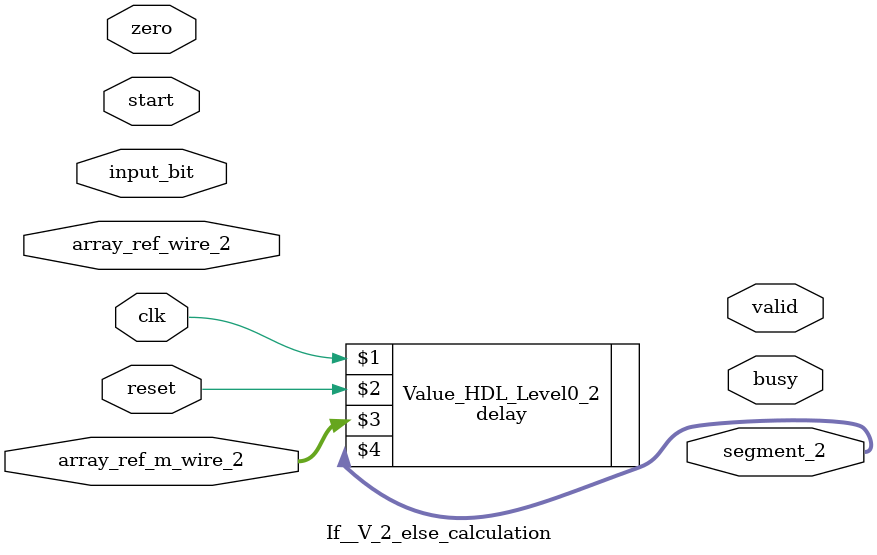
<source format=v>
module If__V_2_else_calculation(input [31:0]input_bit, input [31:0]zero, input [31:0]array_ref_wire_2, input [31:0]array_ref_m_wire_2, output [31:0]segment_2, input clk, input reset, input start, output valid, output busy);



	//Proceed with segment_2 = delay(array_ref_m_wire_2) 
	wire [31:0]segment_2;
	delay Value_HDL_Level0_2 ( clk, reset, array_ref_m_wire_2, segment_2);




endmodule

</source>
